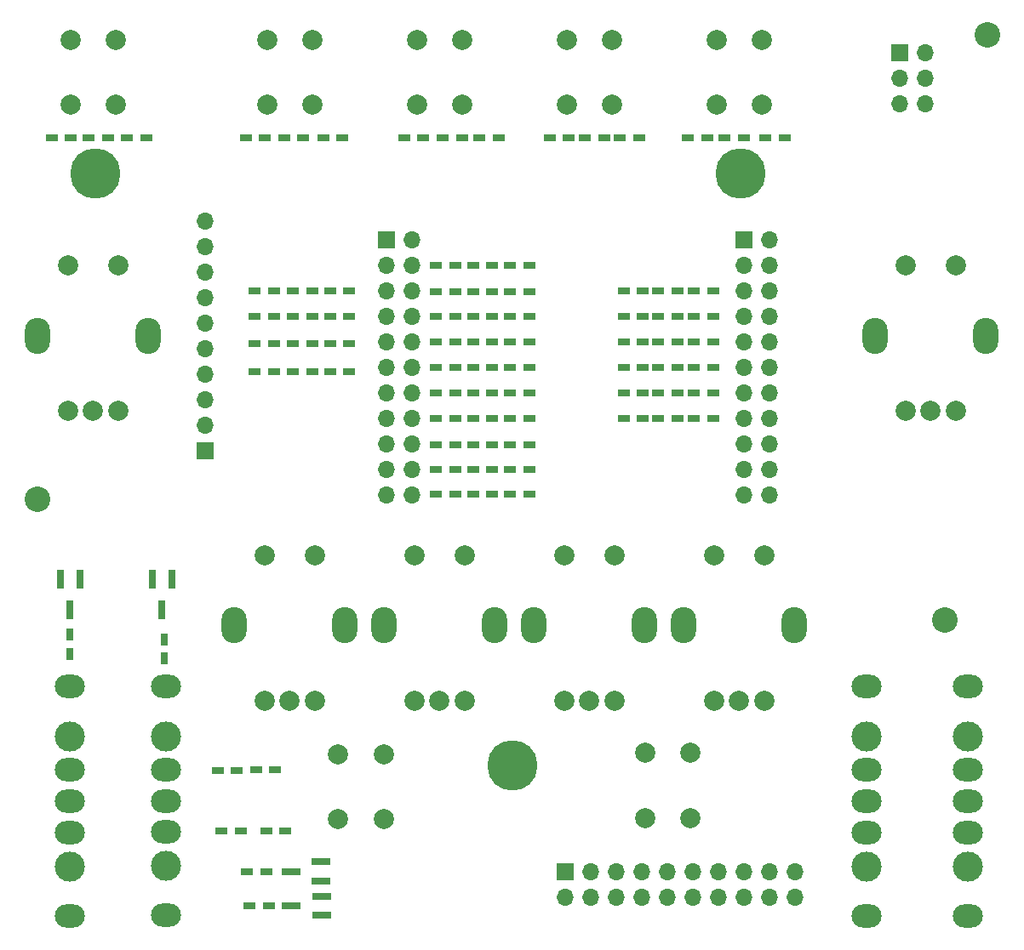
<source format=gts>
G04 #@! TF.FileFunction,Soldermask,Top*
%FSLAX46Y46*%
G04 Gerber Fmt 4.6, Leading zero omitted, Abs format (unit mm)*
G04 Created by KiCad (PCBNEW 4.0.6) date 08/23/17 09:08:23*
%MOMM*%
%LPD*%
G01*
G04 APERTURE LIST*
%ADD10C,0.100000*%
%ADD11R,1.200000X0.750000*%
%ADD12R,0.800000X1.900000*%
%ADD13R,1.900000X0.800000*%
%ADD14R,1.700000X1.700000*%
%ADD15O,1.700000X1.700000*%
%ADD16C,3.000000*%
%ADD17O,3.000000X2.300000*%
%ADD18R,0.750000X1.200000*%
%ADD19C,2.000000*%
%ADD20O,2.500000X3.600000*%
%ADD21C,2.540000*%
%ADD22C,5.000000*%
G04 APERTURE END LIST*
D10*
D11*
X128881000Y-83942000D03*
X130781000Y-83942000D03*
X128881000Y-81275000D03*
X130781000Y-81275000D03*
X128881000Y-78735000D03*
X130781000Y-78735000D03*
X141322000Y-81288554D03*
X139422000Y-81288554D03*
X141322000Y-78762777D03*
X139422000Y-78762777D03*
X141322000Y-76195000D03*
X139422000Y-76195000D03*
X141322000Y-88865885D03*
X139422000Y-88865885D03*
X141322000Y-86355000D03*
X139422000Y-86355000D03*
X141322000Y-83814331D03*
X139422000Y-83814331D03*
X141322000Y-96515000D03*
X139422000Y-96515000D03*
X141322000Y-94017000D03*
X139422000Y-94017000D03*
X141322000Y-91391662D03*
X139422000Y-91391662D03*
X165078524Y-83815800D03*
X166978524Y-83815800D03*
X165078524Y-81275400D03*
X166978524Y-81275400D03*
X165078524Y-78735000D03*
X166978524Y-78735000D03*
X165078524Y-91437000D03*
X166978524Y-91437000D03*
X165078524Y-88906100D03*
X166978524Y-88906100D03*
X165078524Y-86356200D03*
X166978524Y-86356200D03*
X128881000Y-86736000D03*
X130781000Y-86736000D03*
X141322000Y-98928000D03*
X139422000Y-98928000D03*
X108688000Y-63495000D03*
X110588000Y-63495000D03*
X128185000Y-63495000D03*
X130085000Y-63495000D03*
X143740000Y-63495000D03*
X145640000Y-63495000D03*
X157710000Y-63495000D03*
X159610000Y-63495000D03*
X172188000Y-63495000D03*
X174088000Y-63495000D03*
D12*
X103984000Y-107461000D03*
X102084000Y-107461000D03*
X103034000Y-110461000D03*
D13*
X128005000Y-137470000D03*
X128005000Y-135570000D03*
X125005000Y-136520000D03*
D12*
X113128000Y-107461000D03*
X111228000Y-107461000D03*
X112178000Y-110461000D03*
D13*
X128029000Y-140899000D03*
X128029000Y-138999000D03*
X125029000Y-139949000D03*
D14*
X116496000Y-94610000D03*
D15*
X116496000Y-92070000D03*
X116496000Y-89530000D03*
X116496000Y-86990000D03*
X116496000Y-84450000D03*
X116496000Y-81910000D03*
X116496000Y-79370000D03*
X116496000Y-76830000D03*
X116496000Y-74290000D03*
X116496000Y-71750000D03*
D14*
X185584000Y-54986000D03*
D15*
X188124000Y-54986000D03*
X185584000Y-57526000D03*
X188124000Y-57526000D03*
X185584000Y-60066000D03*
X188124000Y-60066000D03*
D16*
X103034000Y-123048000D03*
D17*
X103034000Y-129528000D03*
X103034000Y-126428000D03*
X103034000Y-118128000D03*
D16*
X103034000Y-136008000D03*
D17*
X103034000Y-129528000D03*
X103034000Y-132628000D03*
X103034000Y-140928000D03*
D16*
X112559000Y-123048000D03*
D17*
X112559000Y-129528000D03*
X112559000Y-126428000D03*
X112559000Y-118128000D03*
D16*
X112559000Y-135963000D03*
D17*
X112559000Y-129483000D03*
X112559000Y-132583000D03*
X112559000Y-140883000D03*
D16*
X182250000Y-123048000D03*
D17*
X182250000Y-129528000D03*
X182250000Y-126428000D03*
X182250000Y-118128000D03*
D16*
X182282000Y-136012000D03*
D17*
X182282000Y-129532000D03*
X182282000Y-132632000D03*
X182282000Y-140932000D03*
D16*
X192304000Y-123048000D03*
D17*
X192304000Y-129528000D03*
X192304000Y-126428000D03*
X192304000Y-118128000D03*
D16*
X192315000Y-136012000D03*
D17*
X192315000Y-129532000D03*
X192315000Y-132632000D03*
X192315000Y-140932000D03*
D14*
X152310000Y-136520000D03*
D15*
X152310000Y-139060000D03*
X154850000Y-136520000D03*
X154850000Y-139060000D03*
X157390000Y-136520000D03*
X157390000Y-139060000D03*
X159930000Y-136520000D03*
X159930000Y-139060000D03*
X162470000Y-136520000D03*
X162470000Y-139060000D03*
X165010000Y-136520000D03*
X165010000Y-139060000D03*
X167550000Y-136520000D03*
X167550000Y-139060000D03*
X170090000Y-136520000D03*
X170090000Y-139060000D03*
X172630000Y-136520000D03*
X172630000Y-139060000D03*
X175170000Y-136520000D03*
X175170000Y-139060000D03*
D14*
X134495000Y-73676000D03*
D15*
X137035000Y-73676000D03*
X134495000Y-76216000D03*
X137035000Y-76216000D03*
X134495000Y-78756000D03*
X137035000Y-78756000D03*
X134495000Y-81296000D03*
X137035000Y-81296000D03*
X134495000Y-83836000D03*
X137035000Y-83836000D03*
X134495000Y-86376000D03*
X137035000Y-86376000D03*
X134495000Y-88916000D03*
X137035000Y-88916000D03*
X134495000Y-91456000D03*
X137035000Y-91456000D03*
X134495000Y-93996000D03*
X137035000Y-93996000D03*
X134495000Y-96536000D03*
X137035000Y-96536000D03*
X134495000Y-99076000D03*
X137035000Y-99076000D03*
D14*
X170045000Y-73676000D03*
D15*
X172585000Y-73676000D03*
X170045000Y-76216000D03*
X172585000Y-76216000D03*
X170045000Y-78756000D03*
X172585000Y-78756000D03*
X170045000Y-81296000D03*
X172585000Y-81296000D03*
X170045000Y-83836000D03*
X172585000Y-83836000D03*
X170045000Y-86376000D03*
X172585000Y-86376000D03*
X170045000Y-88916000D03*
X172585000Y-88916000D03*
X170045000Y-91456000D03*
X172585000Y-91456000D03*
X170045000Y-93996000D03*
X172585000Y-93996000D03*
X170045000Y-96536000D03*
X172585000Y-96536000D03*
X170045000Y-99076000D03*
X172585000Y-99076000D03*
D11*
X119986000Y-132456000D03*
X118086000Y-132456000D03*
X123415000Y-126360000D03*
X121515000Y-126360000D03*
X124431000Y-132456000D03*
X122531000Y-132456000D03*
X121388000Y-83942000D03*
X123288000Y-83942000D03*
X125198000Y-83942000D03*
X127098000Y-83942000D03*
X121388000Y-81275000D03*
X123288000Y-81275000D03*
X125198000Y-81275000D03*
X127098000Y-81275000D03*
X121388000Y-78735000D03*
X123288000Y-78735000D03*
X125198000Y-78735000D03*
X127098000Y-78735000D03*
X148688000Y-81288554D03*
X146788000Y-81288554D03*
X145005000Y-81288554D03*
X143105000Y-81288554D03*
X148688000Y-78762777D03*
X146788000Y-78762777D03*
X145005000Y-78762777D03*
X143105000Y-78762777D03*
X148688000Y-76195000D03*
X146788000Y-76195000D03*
X145005000Y-76195000D03*
X143105000Y-76195000D03*
X148688000Y-88865885D03*
X146788000Y-88865885D03*
X145005000Y-88865885D03*
X143105000Y-88865885D03*
X148688000Y-86355000D03*
X146788000Y-86355000D03*
X145005000Y-86355000D03*
X143105000Y-86355000D03*
X148688000Y-83814331D03*
X146788000Y-83814331D03*
X145005000Y-83814331D03*
X143105000Y-83814331D03*
X148688000Y-96515000D03*
X146788000Y-96515000D03*
X145005000Y-96515000D03*
X143105000Y-96515000D03*
X148688000Y-94017000D03*
X146788000Y-94017000D03*
X145005000Y-94017000D03*
X143105000Y-94017000D03*
X148688000Y-91391662D03*
X146788000Y-91391662D03*
X145005000Y-91391662D03*
X143105000Y-91391662D03*
X158091000Y-83815800D03*
X159991000Y-83815800D03*
X161520000Y-83815800D03*
X163420000Y-83815800D03*
X158091000Y-81275400D03*
X159991000Y-81275400D03*
X161520000Y-81275400D03*
X163420000Y-81275400D03*
X158091000Y-78735000D03*
X159991000Y-78735000D03*
X161520000Y-78735000D03*
X163420000Y-78735000D03*
X158091000Y-91437000D03*
X159991000Y-91437000D03*
X161520000Y-91437000D03*
X163420000Y-91437000D03*
X158091000Y-88906100D03*
X159991000Y-88906100D03*
X161520000Y-88906100D03*
X163420000Y-88906100D03*
X158091000Y-86356200D03*
X159991000Y-86356200D03*
X161520000Y-86356200D03*
X163420000Y-86356200D03*
X121388000Y-86736000D03*
X123288000Y-86736000D03*
X125198000Y-86736000D03*
X127098000Y-86736000D03*
X148688000Y-98928000D03*
X146788000Y-98928000D03*
X145005000Y-98928000D03*
X143105000Y-98928000D03*
X101195000Y-63495000D03*
X103095000Y-63495000D03*
X104878000Y-63495000D03*
X106778000Y-63495000D03*
X120499000Y-63495000D03*
X122399000Y-63495000D03*
X124309000Y-63495000D03*
X126209000Y-63495000D03*
X136247000Y-63495000D03*
X138147000Y-63495000D03*
X140086571Y-63495000D03*
X141986571Y-63495000D03*
X150725000Y-63495000D03*
X152625000Y-63495000D03*
X154236571Y-63495000D03*
X156136571Y-63495000D03*
X164481001Y-63495000D03*
X166381001Y-63495000D03*
X168124000Y-63495000D03*
X170024000Y-63495000D03*
D18*
X103034000Y-112964000D03*
X103034000Y-114864000D03*
D11*
X122526000Y-136520000D03*
X120626000Y-136520000D03*
D18*
X112432000Y-113406000D03*
X112432000Y-115306000D03*
D11*
X122780000Y-139949000D03*
X120880000Y-139949000D03*
D19*
X122378000Y-119513000D03*
X124878000Y-119513000D03*
X127378000Y-119513000D03*
X122378000Y-105013000D03*
X127378000Y-105013000D03*
D20*
X119378000Y-112013000D03*
X130378000Y-112013000D03*
D19*
X137279333Y-119513000D03*
X139779333Y-119513000D03*
X142279333Y-119513000D03*
X137279333Y-105013000D03*
X142279333Y-105013000D03*
D20*
X134279333Y-112013000D03*
X145279333Y-112013000D03*
D19*
X102820000Y-90680000D03*
X105320000Y-90680000D03*
X107820000Y-90680000D03*
X102820000Y-76180000D03*
X107820000Y-76180000D03*
D20*
X99820000Y-83180000D03*
X110820000Y-83180000D03*
D19*
X152180666Y-119513000D03*
X154680666Y-119513000D03*
X157180666Y-119513000D03*
X152180666Y-105013000D03*
X157180666Y-105013000D03*
D20*
X149180666Y-112013000D03*
X160180666Y-112013000D03*
D19*
X167081999Y-119513000D03*
X169581999Y-119513000D03*
X172081999Y-119513000D03*
X167081999Y-105013000D03*
X172081999Y-105013000D03*
D20*
X164081999Y-112013000D03*
X175081999Y-112013000D03*
D19*
X186132000Y-90680000D03*
X188632000Y-90680000D03*
X191132000Y-90680000D03*
X186132000Y-76180000D03*
X191132000Y-76180000D03*
D20*
X183132000Y-83180000D03*
X194132000Y-83180000D03*
D19*
X160256000Y-124686000D03*
X160256000Y-131186000D03*
X164756000Y-124686000D03*
X164756000Y-131186000D03*
X129704000Y-124836000D03*
X129704000Y-131336000D03*
X134204000Y-124836000D03*
X134204000Y-131336000D03*
X103106000Y-53716000D03*
X103106000Y-60216000D03*
X107606000Y-53716000D03*
X107606000Y-60216000D03*
X122664000Y-53716000D03*
X122664000Y-60216000D03*
X127164000Y-53716000D03*
X127164000Y-60216000D03*
X137565333Y-53716000D03*
X137565333Y-60216000D03*
X142065333Y-53716000D03*
X142065333Y-60216000D03*
X152466666Y-53716000D03*
X152466666Y-60216000D03*
X156966666Y-53716000D03*
X156966666Y-60216000D03*
X167367999Y-53716000D03*
X167367999Y-60216000D03*
X171867999Y-53716000D03*
X171867999Y-60216000D03*
D11*
X119605000Y-126487000D03*
X117705000Y-126487000D03*
D21*
X194250000Y-53250000D03*
X99750000Y-99500000D03*
X190000000Y-111500000D03*
D22*
X169750000Y-67000000D03*
X105500000Y-67000000D03*
X147000000Y-126000000D03*
M02*

</source>
